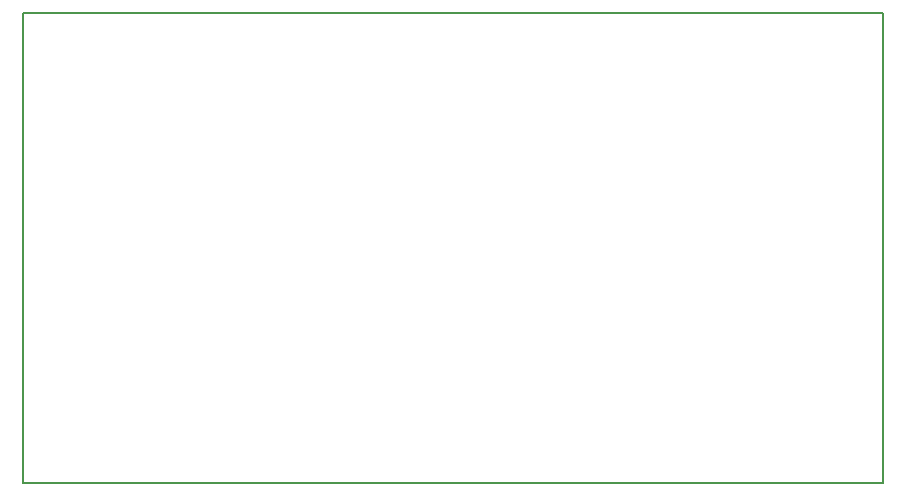
<source format=gm1>
G04 MADE WITH FRITZING*
G04 WWW.FRITZING.ORG*
G04 DOUBLE SIDED*
G04 HOLES PLATED*
G04 CONTOUR ON CENTER OF CONTOUR VECTOR*
%ASAXBY*%
%FSLAX23Y23*%
%MOIN*%
%OFA0B0*%
%SFA1.0B1.0*%
%ADD10R,2.874020X1.574800*%
%ADD11C,0.008000*%
%ADD10C,0.008*%
%LNCONTOUR*%
G90*
G70*
G54D10*
G54D11*
X4Y1571D02*
X2870Y1571D01*
X2870Y4D01*
X4Y4D01*
X4Y1571D01*
D02*
G04 End of contour*
M02*
</source>
